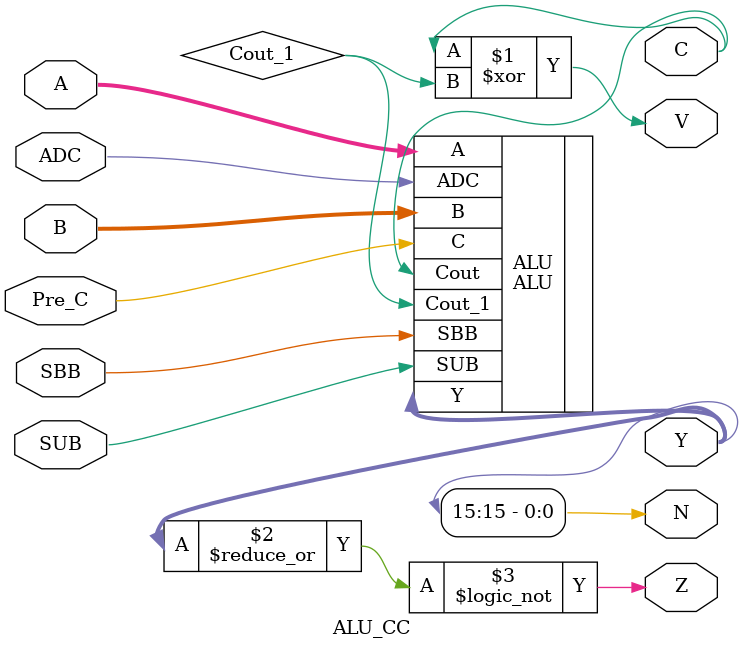
<source format=v>
`timescale 1ns / 1ps
module ALU_CC(
    input [15:0] A,
    input [15:0] B,
    input Pre_C,
    input ADC,
    input SUB,
    input SBB,
    output [15:0] Y,
    output Z,
    output V,
    output C,
    output N
    );

   assign V = C ^ Cout_1;
   assign Z = ~|Y;
   assign N = Y[15];

   ALU ALU (
      .A(A), 
      .Y(Y), 
      .Cout(C), 
      .Cout_1(Cout_1), 
      .B(B), 
      .SBB(SBB), 
      .SUB(SUB), 
      .C(Pre_C), 
      .ADC(ADC)
   );

endmodule

</source>
